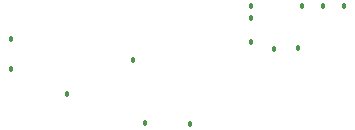
<source format=gbl>
G04*
G04 #@! TF.GenerationSoftware,Altium Limited,Altium Designer,20.1.14 (287)*
G04*
G04 Layer_Physical_Order=4*
G04 Layer_Color=5050912*
%FSLAX25Y25*%
%MOIN*%
G70*
G04*
G04 #@! TF.SameCoordinates,1BDC85E0-9E64-418B-9CD7-3ABB073E6672*
G04*
G04*
G04 #@! TF.FilePolarity,Positive*
G04*
G01*
G75*
%ADD33C,0.01800*%
D33*
X371000Y290000D02*
D03*
X379000Y290500D02*
D03*
X363500Y304500D02*
D03*
X380500D02*
D03*
X387500D02*
D03*
X394500D02*
D03*
X343000Y265000D02*
D03*
X363500Y300500D02*
D03*
Y292500D02*
D03*
X324000Y286500D02*
D03*
X328000Y265500D02*
D03*
X302000Y275000D02*
D03*
X283500Y283500D02*
D03*
Y293500D02*
D03*
M02*

</source>
